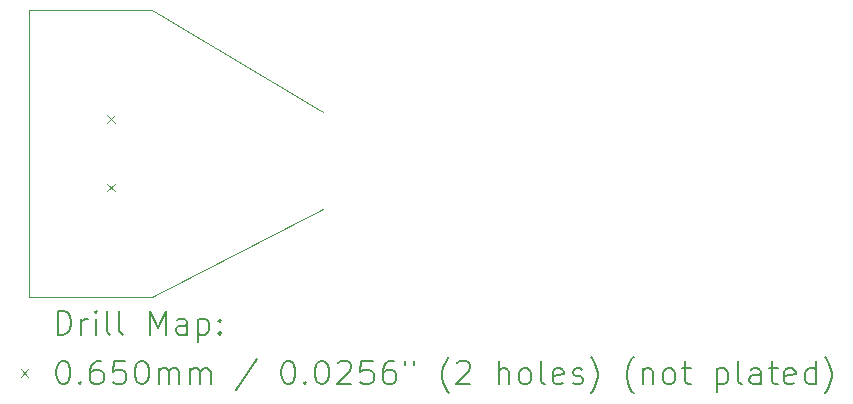
<source format=gbr>
%TF.GenerationSoftware,KiCad,Pcbnew,7.0.2-0*%
%TF.CreationDate,2023-12-31T01:39:39-06:00*%
%TF.ProjectId,usb_programmer,7573625f-7072-46f6-9772-616d6d65722e,rev?*%
%TF.SameCoordinates,Original*%
%TF.FileFunction,Drillmap*%
%TF.FilePolarity,Positive*%
%FSLAX45Y45*%
G04 Gerber Fmt 4.5, Leading zero omitted, Abs format (unit mm)*
G04 Created by KiCad (PCBNEW 7.0.2-0) date 2023-12-31 01:39:39*
%MOMM*%
%LPD*%
G01*
G04 APERTURE LIST*
%ADD10C,0.100000*%
%ADD11C,0.200000*%
%ADD12C,0.065000*%
G04 APERTURE END LIST*
D10*
X3456000Y-8913000D02*
X2415000Y-8913000D01*
X4902500Y-7349500D02*
X3457000Y-6483000D01*
X2416000Y-6483000D02*
X2415000Y-8913000D01*
X3456000Y-8913000D02*
X4901250Y-8169500D01*
X3457000Y-6483000D02*
X2416000Y-6483000D01*
D11*
D12*
X3076500Y-7373500D02*
X3141500Y-7438500D01*
X3141500Y-7373500D02*
X3076500Y-7438500D01*
X3076500Y-7951500D02*
X3141500Y-8016500D01*
X3141500Y-7951500D02*
X3076500Y-8016500D01*
D11*
X2657619Y-9230524D02*
X2657619Y-9030524D01*
X2657619Y-9030524D02*
X2705238Y-9030524D01*
X2705238Y-9030524D02*
X2733810Y-9040048D01*
X2733810Y-9040048D02*
X2752857Y-9059095D01*
X2752857Y-9059095D02*
X2762381Y-9078143D01*
X2762381Y-9078143D02*
X2771905Y-9116238D01*
X2771905Y-9116238D02*
X2771905Y-9144810D01*
X2771905Y-9144810D02*
X2762381Y-9182905D01*
X2762381Y-9182905D02*
X2752857Y-9201952D01*
X2752857Y-9201952D02*
X2733810Y-9221000D01*
X2733810Y-9221000D02*
X2705238Y-9230524D01*
X2705238Y-9230524D02*
X2657619Y-9230524D01*
X2857619Y-9230524D02*
X2857619Y-9097190D01*
X2857619Y-9135286D02*
X2867143Y-9116238D01*
X2867143Y-9116238D02*
X2876667Y-9106714D01*
X2876667Y-9106714D02*
X2895714Y-9097190D01*
X2895714Y-9097190D02*
X2914762Y-9097190D01*
X2981428Y-9230524D02*
X2981428Y-9097190D01*
X2981428Y-9030524D02*
X2971905Y-9040048D01*
X2971905Y-9040048D02*
X2981428Y-9049571D01*
X2981428Y-9049571D02*
X2990952Y-9040048D01*
X2990952Y-9040048D02*
X2981428Y-9030524D01*
X2981428Y-9030524D02*
X2981428Y-9049571D01*
X3105238Y-9230524D02*
X3086190Y-9221000D01*
X3086190Y-9221000D02*
X3076667Y-9201952D01*
X3076667Y-9201952D02*
X3076667Y-9030524D01*
X3210000Y-9230524D02*
X3190952Y-9221000D01*
X3190952Y-9221000D02*
X3181428Y-9201952D01*
X3181428Y-9201952D02*
X3181428Y-9030524D01*
X3438571Y-9230524D02*
X3438571Y-9030524D01*
X3438571Y-9030524D02*
X3505238Y-9173381D01*
X3505238Y-9173381D02*
X3571905Y-9030524D01*
X3571905Y-9030524D02*
X3571905Y-9230524D01*
X3752857Y-9230524D02*
X3752857Y-9125762D01*
X3752857Y-9125762D02*
X3743333Y-9106714D01*
X3743333Y-9106714D02*
X3724286Y-9097190D01*
X3724286Y-9097190D02*
X3686190Y-9097190D01*
X3686190Y-9097190D02*
X3667143Y-9106714D01*
X3752857Y-9221000D02*
X3733809Y-9230524D01*
X3733809Y-9230524D02*
X3686190Y-9230524D01*
X3686190Y-9230524D02*
X3667143Y-9221000D01*
X3667143Y-9221000D02*
X3657619Y-9201952D01*
X3657619Y-9201952D02*
X3657619Y-9182905D01*
X3657619Y-9182905D02*
X3667143Y-9163857D01*
X3667143Y-9163857D02*
X3686190Y-9154333D01*
X3686190Y-9154333D02*
X3733809Y-9154333D01*
X3733809Y-9154333D02*
X3752857Y-9144810D01*
X3848095Y-9097190D02*
X3848095Y-9297190D01*
X3848095Y-9106714D02*
X3867143Y-9097190D01*
X3867143Y-9097190D02*
X3905238Y-9097190D01*
X3905238Y-9097190D02*
X3924286Y-9106714D01*
X3924286Y-9106714D02*
X3933809Y-9116238D01*
X3933809Y-9116238D02*
X3943333Y-9135286D01*
X3943333Y-9135286D02*
X3943333Y-9192429D01*
X3943333Y-9192429D02*
X3933809Y-9211476D01*
X3933809Y-9211476D02*
X3924286Y-9221000D01*
X3924286Y-9221000D02*
X3905238Y-9230524D01*
X3905238Y-9230524D02*
X3867143Y-9230524D01*
X3867143Y-9230524D02*
X3848095Y-9221000D01*
X4029048Y-9211476D02*
X4038571Y-9221000D01*
X4038571Y-9221000D02*
X4029048Y-9230524D01*
X4029048Y-9230524D02*
X4019524Y-9221000D01*
X4019524Y-9221000D02*
X4029048Y-9211476D01*
X4029048Y-9211476D02*
X4029048Y-9230524D01*
X4029048Y-9106714D02*
X4038571Y-9116238D01*
X4038571Y-9116238D02*
X4029048Y-9125762D01*
X4029048Y-9125762D02*
X4019524Y-9116238D01*
X4019524Y-9116238D02*
X4029048Y-9106714D01*
X4029048Y-9106714D02*
X4029048Y-9125762D01*
D12*
X2345000Y-9525500D02*
X2410000Y-9590500D01*
X2410000Y-9525500D02*
X2345000Y-9590500D01*
D11*
X2695714Y-9450524D02*
X2714762Y-9450524D01*
X2714762Y-9450524D02*
X2733810Y-9460048D01*
X2733810Y-9460048D02*
X2743333Y-9469571D01*
X2743333Y-9469571D02*
X2752857Y-9488619D01*
X2752857Y-9488619D02*
X2762381Y-9526714D01*
X2762381Y-9526714D02*
X2762381Y-9574333D01*
X2762381Y-9574333D02*
X2752857Y-9612429D01*
X2752857Y-9612429D02*
X2743333Y-9631476D01*
X2743333Y-9631476D02*
X2733810Y-9641000D01*
X2733810Y-9641000D02*
X2714762Y-9650524D01*
X2714762Y-9650524D02*
X2695714Y-9650524D01*
X2695714Y-9650524D02*
X2676667Y-9641000D01*
X2676667Y-9641000D02*
X2667143Y-9631476D01*
X2667143Y-9631476D02*
X2657619Y-9612429D01*
X2657619Y-9612429D02*
X2648095Y-9574333D01*
X2648095Y-9574333D02*
X2648095Y-9526714D01*
X2648095Y-9526714D02*
X2657619Y-9488619D01*
X2657619Y-9488619D02*
X2667143Y-9469571D01*
X2667143Y-9469571D02*
X2676667Y-9460048D01*
X2676667Y-9460048D02*
X2695714Y-9450524D01*
X2848095Y-9631476D02*
X2857619Y-9641000D01*
X2857619Y-9641000D02*
X2848095Y-9650524D01*
X2848095Y-9650524D02*
X2838571Y-9641000D01*
X2838571Y-9641000D02*
X2848095Y-9631476D01*
X2848095Y-9631476D02*
X2848095Y-9650524D01*
X3029048Y-9450524D02*
X2990952Y-9450524D01*
X2990952Y-9450524D02*
X2971905Y-9460048D01*
X2971905Y-9460048D02*
X2962381Y-9469571D01*
X2962381Y-9469571D02*
X2943333Y-9498143D01*
X2943333Y-9498143D02*
X2933809Y-9536238D01*
X2933809Y-9536238D02*
X2933809Y-9612429D01*
X2933809Y-9612429D02*
X2943333Y-9631476D01*
X2943333Y-9631476D02*
X2952857Y-9641000D01*
X2952857Y-9641000D02*
X2971905Y-9650524D01*
X2971905Y-9650524D02*
X3010000Y-9650524D01*
X3010000Y-9650524D02*
X3029048Y-9641000D01*
X3029048Y-9641000D02*
X3038571Y-9631476D01*
X3038571Y-9631476D02*
X3048095Y-9612429D01*
X3048095Y-9612429D02*
X3048095Y-9564810D01*
X3048095Y-9564810D02*
X3038571Y-9545762D01*
X3038571Y-9545762D02*
X3029048Y-9536238D01*
X3029048Y-9536238D02*
X3010000Y-9526714D01*
X3010000Y-9526714D02*
X2971905Y-9526714D01*
X2971905Y-9526714D02*
X2952857Y-9536238D01*
X2952857Y-9536238D02*
X2943333Y-9545762D01*
X2943333Y-9545762D02*
X2933809Y-9564810D01*
X3229048Y-9450524D02*
X3133809Y-9450524D01*
X3133809Y-9450524D02*
X3124286Y-9545762D01*
X3124286Y-9545762D02*
X3133809Y-9536238D01*
X3133809Y-9536238D02*
X3152857Y-9526714D01*
X3152857Y-9526714D02*
X3200476Y-9526714D01*
X3200476Y-9526714D02*
X3219524Y-9536238D01*
X3219524Y-9536238D02*
X3229048Y-9545762D01*
X3229048Y-9545762D02*
X3238571Y-9564810D01*
X3238571Y-9564810D02*
X3238571Y-9612429D01*
X3238571Y-9612429D02*
X3229048Y-9631476D01*
X3229048Y-9631476D02*
X3219524Y-9641000D01*
X3219524Y-9641000D02*
X3200476Y-9650524D01*
X3200476Y-9650524D02*
X3152857Y-9650524D01*
X3152857Y-9650524D02*
X3133809Y-9641000D01*
X3133809Y-9641000D02*
X3124286Y-9631476D01*
X3362381Y-9450524D02*
X3381429Y-9450524D01*
X3381429Y-9450524D02*
X3400476Y-9460048D01*
X3400476Y-9460048D02*
X3410000Y-9469571D01*
X3410000Y-9469571D02*
X3419524Y-9488619D01*
X3419524Y-9488619D02*
X3429048Y-9526714D01*
X3429048Y-9526714D02*
X3429048Y-9574333D01*
X3429048Y-9574333D02*
X3419524Y-9612429D01*
X3419524Y-9612429D02*
X3410000Y-9631476D01*
X3410000Y-9631476D02*
X3400476Y-9641000D01*
X3400476Y-9641000D02*
X3381429Y-9650524D01*
X3381429Y-9650524D02*
X3362381Y-9650524D01*
X3362381Y-9650524D02*
X3343333Y-9641000D01*
X3343333Y-9641000D02*
X3333809Y-9631476D01*
X3333809Y-9631476D02*
X3324286Y-9612429D01*
X3324286Y-9612429D02*
X3314762Y-9574333D01*
X3314762Y-9574333D02*
X3314762Y-9526714D01*
X3314762Y-9526714D02*
X3324286Y-9488619D01*
X3324286Y-9488619D02*
X3333809Y-9469571D01*
X3333809Y-9469571D02*
X3343333Y-9460048D01*
X3343333Y-9460048D02*
X3362381Y-9450524D01*
X3514762Y-9650524D02*
X3514762Y-9517190D01*
X3514762Y-9536238D02*
X3524286Y-9526714D01*
X3524286Y-9526714D02*
X3543333Y-9517190D01*
X3543333Y-9517190D02*
X3571905Y-9517190D01*
X3571905Y-9517190D02*
X3590952Y-9526714D01*
X3590952Y-9526714D02*
X3600476Y-9545762D01*
X3600476Y-9545762D02*
X3600476Y-9650524D01*
X3600476Y-9545762D02*
X3610000Y-9526714D01*
X3610000Y-9526714D02*
X3629048Y-9517190D01*
X3629048Y-9517190D02*
X3657619Y-9517190D01*
X3657619Y-9517190D02*
X3676667Y-9526714D01*
X3676667Y-9526714D02*
X3686190Y-9545762D01*
X3686190Y-9545762D02*
X3686190Y-9650524D01*
X3781429Y-9650524D02*
X3781429Y-9517190D01*
X3781429Y-9536238D02*
X3790952Y-9526714D01*
X3790952Y-9526714D02*
X3810000Y-9517190D01*
X3810000Y-9517190D02*
X3838571Y-9517190D01*
X3838571Y-9517190D02*
X3857619Y-9526714D01*
X3857619Y-9526714D02*
X3867143Y-9545762D01*
X3867143Y-9545762D02*
X3867143Y-9650524D01*
X3867143Y-9545762D02*
X3876667Y-9526714D01*
X3876667Y-9526714D02*
X3895714Y-9517190D01*
X3895714Y-9517190D02*
X3924286Y-9517190D01*
X3924286Y-9517190D02*
X3943333Y-9526714D01*
X3943333Y-9526714D02*
X3952857Y-9545762D01*
X3952857Y-9545762D02*
X3952857Y-9650524D01*
X4343333Y-9441000D02*
X4171905Y-9698143D01*
X4600476Y-9450524D02*
X4619524Y-9450524D01*
X4619524Y-9450524D02*
X4638572Y-9460048D01*
X4638572Y-9460048D02*
X4648095Y-9469571D01*
X4648095Y-9469571D02*
X4657619Y-9488619D01*
X4657619Y-9488619D02*
X4667143Y-9526714D01*
X4667143Y-9526714D02*
X4667143Y-9574333D01*
X4667143Y-9574333D02*
X4657619Y-9612429D01*
X4657619Y-9612429D02*
X4648095Y-9631476D01*
X4648095Y-9631476D02*
X4638572Y-9641000D01*
X4638572Y-9641000D02*
X4619524Y-9650524D01*
X4619524Y-9650524D02*
X4600476Y-9650524D01*
X4600476Y-9650524D02*
X4581429Y-9641000D01*
X4581429Y-9641000D02*
X4571905Y-9631476D01*
X4571905Y-9631476D02*
X4562381Y-9612429D01*
X4562381Y-9612429D02*
X4552857Y-9574333D01*
X4552857Y-9574333D02*
X4552857Y-9526714D01*
X4552857Y-9526714D02*
X4562381Y-9488619D01*
X4562381Y-9488619D02*
X4571905Y-9469571D01*
X4571905Y-9469571D02*
X4581429Y-9460048D01*
X4581429Y-9460048D02*
X4600476Y-9450524D01*
X4752857Y-9631476D02*
X4762381Y-9641000D01*
X4762381Y-9641000D02*
X4752857Y-9650524D01*
X4752857Y-9650524D02*
X4743334Y-9641000D01*
X4743334Y-9641000D02*
X4752857Y-9631476D01*
X4752857Y-9631476D02*
X4752857Y-9650524D01*
X4886191Y-9450524D02*
X4905238Y-9450524D01*
X4905238Y-9450524D02*
X4924286Y-9460048D01*
X4924286Y-9460048D02*
X4933810Y-9469571D01*
X4933810Y-9469571D02*
X4943334Y-9488619D01*
X4943334Y-9488619D02*
X4952857Y-9526714D01*
X4952857Y-9526714D02*
X4952857Y-9574333D01*
X4952857Y-9574333D02*
X4943334Y-9612429D01*
X4943334Y-9612429D02*
X4933810Y-9631476D01*
X4933810Y-9631476D02*
X4924286Y-9641000D01*
X4924286Y-9641000D02*
X4905238Y-9650524D01*
X4905238Y-9650524D02*
X4886191Y-9650524D01*
X4886191Y-9650524D02*
X4867143Y-9641000D01*
X4867143Y-9641000D02*
X4857619Y-9631476D01*
X4857619Y-9631476D02*
X4848095Y-9612429D01*
X4848095Y-9612429D02*
X4838572Y-9574333D01*
X4838572Y-9574333D02*
X4838572Y-9526714D01*
X4838572Y-9526714D02*
X4848095Y-9488619D01*
X4848095Y-9488619D02*
X4857619Y-9469571D01*
X4857619Y-9469571D02*
X4867143Y-9460048D01*
X4867143Y-9460048D02*
X4886191Y-9450524D01*
X5029048Y-9469571D02*
X5038572Y-9460048D01*
X5038572Y-9460048D02*
X5057619Y-9450524D01*
X5057619Y-9450524D02*
X5105238Y-9450524D01*
X5105238Y-9450524D02*
X5124286Y-9460048D01*
X5124286Y-9460048D02*
X5133810Y-9469571D01*
X5133810Y-9469571D02*
X5143334Y-9488619D01*
X5143334Y-9488619D02*
X5143334Y-9507667D01*
X5143334Y-9507667D02*
X5133810Y-9536238D01*
X5133810Y-9536238D02*
X5019524Y-9650524D01*
X5019524Y-9650524D02*
X5143334Y-9650524D01*
X5324286Y-9450524D02*
X5229048Y-9450524D01*
X5229048Y-9450524D02*
X5219524Y-9545762D01*
X5219524Y-9545762D02*
X5229048Y-9536238D01*
X5229048Y-9536238D02*
X5248095Y-9526714D01*
X5248095Y-9526714D02*
X5295715Y-9526714D01*
X5295715Y-9526714D02*
X5314762Y-9536238D01*
X5314762Y-9536238D02*
X5324286Y-9545762D01*
X5324286Y-9545762D02*
X5333810Y-9564810D01*
X5333810Y-9564810D02*
X5333810Y-9612429D01*
X5333810Y-9612429D02*
X5324286Y-9631476D01*
X5324286Y-9631476D02*
X5314762Y-9641000D01*
X5314762Y-9641000D02*
X5295715Y-9650524D01*
X5295715Y-9650524D02*
X5248095Y-9650524D01*
X5248095Y-9650524D02*
X5229048Y-9641000D01*
X5229048Y-9641000D02*
X5219524Y-9631476D01*
X5505238Y-9450524D02*
X5467143Y-9450524D01*
X5467143Y-9450524D02*
X5448095Y-9460048D01*
X5448095Y-9460048D02*
X5438572Y-9469571D01*
X5438572Y-9469571D02*
X5419524Y-9498143D01*
X5419524Y-9498143D02*
X5410000Y-9536238D01*
X5410000Y-9536238D02*
X5410000Y-9612429D01*
X5410000Y-9612429D02*
X5419524Y-9631476D01*
X5419524Y-9631476D02*
X5429048Y-9641000D01*
X5429048Y-9641000D02*
X5448095Y-9650524D01*
X5448095Y-9650524D02*
X5486191Y-9650524D01*
X5486191Y-9650524D02*
X5505238Y-9641000D01*
X5505238Y-9641000D02*
X5514762Y-9631476D01*
X5514762Y-9631476D02*
X5524286Y-9612429D01*
X5524286Y-9612429D02*
X5524286Y-9564810D01*
X5524286Y-9564810D02*
X5514762Y-9545762D01*
X5514762Y-9545762D02*
X5505238Y-9536238D01*
X5505238Y-9536238D02*
X5486191Y-9526714D01*
X5486191Y-9526714D02*
X5448095Y-9526714D01*
X5448095Y-9526714D02*
X5429048Y-9536238D01*
X5429048Y-9536238D02*
X5419524Y-9545762D01*
X5419524Y-9545762D02*
X5410000Y-9564810D01*
X5600476Y-9450524D02*
X5600476Y-9488619D01*
X5676667Y-9450524D02*
X5676667Y-9488619D01*
X5971905Y-9726714D02*
X5962381Y-9717190D01*
X5962381Y-9717190D02*
X5943334Y-9688619D01*
X5943334Y-9688619D02*
X5933810Y-9669571D01*
X5933810Y-9669571D02*
X5924286Y-9641000D01*
X5924286Y-9641000D02*
X5914762Y-9593381D01*
X5914762Y-9593381D02*
X5914762Y-9555286D01*
X5914762Y-9555286D02*
X5924286Y-9507667D01*
X5924286Y-9507667D02*
X5933810Y-9479095D01*
X5933810Y-9479095D02*
X5943334Y-9460048D01*
X5943334Y-9460048D02*
X5962381Y-9431476D01*
X5962381Y-9431476D02*
X5971905Y-9421952D01*
X6038572Y-9469571D02*
X6048095Y-9460048D01*
X6048095Y-9460048D02*
X6067143Y-9450524D01*
X6067143Y-9450524D02*
X6114762Y-9450524D01*
X6114762Y-9450524D02*
X6133810Y-9460048D01*
X6133810Y-9460048D02*
X6143334Y-9469571D01*
X6143334Y-9469571D02*
X6152857Y-9488619D01*
X6152857Y-9488619D02*
X6152857Y-9507667D01*
X6152857Y-9507667D02*
X6143334Y-9536238D01*
X6143334Y-9536238D02*
X6029048Y-9650524D01*
X6029048Y-9650524D02*
X6152857Y-9650524D01*
X6390953Y-9650524D02*
X6390953Y-9450524D01*
X6476667Y-9650524D02*
X6476667Y-9545762D01*
X6476667Y-9545762D02*
X6467143Y-9526714D01*
X6467143Y-9526714D02*
X6448096Y-9517190D01*
X6448096Y-9517190D02*
X6419524Y-9517190D01*
X6419524Y-9517190D02*
X6400476Y-9526714D01*
X6400476Y-9526714D02*
X6390953Y-9536238D01*
X6600476Y-9650524D02*
X6581429Y-9641000D01*
X6581429Y-9641000D02*
X6571905Y-9631476D01*
X6571905Y-9631476D02*
X6562381Y-9612429D01*
X6562381Y-9612429D02*
X6562381Y-9555286D01*
X6562381Y-9555286D02*
X6571905Y-9536238D01*
X6571905Y-9536238D02*
X6581429Y-9526714D01*
X6581429Y-9526714D02*
X6600476Y-9517190D01*
X6600476Y-9517190D02*
X6629048Y-9517190D01*
X6629048Y-9517190D02*
X6648096Y-9526714D01*
X6648096Y-9526714D02*
X6657619Y-9536238D01*
X6657619Y-9536238D02*
X6667143Y-9555286D01*
X6667143Y-9555286D02*
X6667143Y-9612429D01*
X6667143Y-9612429D02*
X6657619Y-9631476D01*
X6657619Y-9631476D02*
X6648096Y-9641000D01*
X6648096Y-9641000D02*
X6629048Y-9650524D01*
X6629048Y-9650524D02*
X6600476Y-9650524D01*
X6781429Y-9650524D02*
X6762381Y-9641000D01*
X6762381Y-9641000D02*
X6752857Y-9621952D01*
X6752857Y-9621952D02*
X6752857Y-9450524D01*
X6933810Y-9641000D02*
X6914762Y-9650524D01*
X6914762Y-9650524D02*
X6876667Y-9650524D01*
X6876667Y-9650524D02*
X6857619Y-9641000D01*
X6857619Y-9641000D02*
X6848096Y-9621952D01*
X6848096Y-9621952D02*
X6848096Y-9545762D01*
X6848096Y-9545762D02*
X6857619Y-9526714D01*
X6857619Y-9526714D02*
X6876667Y-9517190D01*
X6876667Y-9517190D02*
X6914762Y-9517190D01*
X6914762Y-9517190D02*
X6933810Y-9526714D01*
X6933810Y-9526714D02*
X6943334Y-9545762D01*
X6943334Y-9545762D02*
X6943334Y-9564810D01*
X6943334Y-9564810D02*
X6848096Y-9583857D01*
X7019524Y-9641000D02*
X7038572Y-9650524D01*
X7038572Y-9650524D02*
X7076667Y-9650524D01*
X7076667Y-9650524D02*
X7095715Y-9641000D01*
X7095715Y-9641000D02*
X7105238Y-9621952D01*
X7105238Y-9621952D02*
X7105238Y-9612429D01*
X7105238Y-9612429D02*
X7095715Y-9593381D01*
X7095715Y-9593381D02*
X7076667Y-9583857D01*
X7076667Y-9583857D02*
X7048096Y-9583857D01*
X7048096Y-9583857D02*
X7029048Y-9574333D01*
X7029048Y-9574333D02*
X7019524Y-9555286D01*
X7019524Y-9555286D02*
X7019524Y-9545762D01*
X7019524Y-9545762D02*
X7029048Y-9526714D01*
X7029048Y-9526714D02*
X7048096Y-9517190D01*
X7048096Y-9517190D02*
X7076667Y-9517190D01*
X7076667Y-9517190D02*
X7095715Y-9526714D01*
X7171905Y-9726714D02*
X7181429Y-9717190D01*
X7181429Y-9717190D02*
X7200477Y-9688619D01*
X7200477Y-9688619D02*
X7210000Y-9669571D01*
X7210000Y-9669571D02*
X7219524Y-9641000D01*
X7219524Y-9641000D02*
X7229048Y-9593381D01*
X7229048Y-9593381D02*
X7229048Y-9555286D01*
X7229048Y-9555286D02*
X7219524Y-9507667D01*
X7219524Y-9507667D02*
X7210000Y-9479095D01*
X7210000Y-9479095D02*
X7200477Y-9460048D01*
X7200477Y-9460048D02*
X7181429Y-9431476D01*
X7181429Y-9431476D02*
X7171905Y-9421952D01*
X7533810Y-9726714D02*
X7524286Y-9717190D01*
X7524286Y-9717190D02*
X7505238Y-9688619D01*
X7505238Y-9688619D02*
X7495715Y-9669571D01*
X7495715Y-9669571D02*
X7486191Y-9641000D01*
X7486191Y-9641000D02*
X7476667Y-9593381D01*
X7476667Y-9593381D02*
X7476667Y-9555286D01*
X7476667Y-9555286D02*
X7486191Y-9507667D01*
X7486191Y-9507667D02*
X7495715Y-9479095D01*
X7495715Y-9479095D02*
X7505238Y-9460048D01*
X7505238Y-9460048D02*
X7524286Y-9431476D01*
X7524286Y-9431476D02*
X7533810Y-9421952D01*
X7610000Y-9517190D02*
X7610000Y-9650524D01*
X7610000Y-9536238D02*
X7619524Y-9526714D01*
X7619524Y-9526714D02*
X7638572Y-9517190D01*
X7638572Y-9517190D02*
X7667143Y-9517190D01*
X7667143Y-9517190D02*
X7686191Y-9526714D01*
X7686191Y-9526714D02*
X7695715Y-9545762D01*
X7695715Y-9545762D02*
X7695715Y-9650524D01*
X7819524Y-9650524D02*
X7800477Y-9641000D01*
X7800477Y-9641000D02*
X7790953Y-9631476D01*
X7790953Y-9631476D02*
X7781429Y-9612429D01*
X7781429Y-9612429D02*
X7781429Y-9555286D01*
X7781429Y-9555286D02*
X7790953Y-9536238D01*
X7790953Y-9536238D02*
X7800477Y-9526714D01*
X7800477Y-9526714D02*
X7819524Y-9517190D01*
X7819524Y-9517190D02*
X7848096Y-9517190D01*
X7848096Y-9517190D02*
X7867143Y-9526714D01*
X7867143Y-9526714D02*
X7876667Y-9536238D01*
X7876667Y-9536238D02*
X7886191Y-9555286D01*
X7886191Y-9555286D02*
X7886191Y-9612429D01*
X7886191Y-9612429D02*
X7876667Y-9631476D01*
X7876667Y-9631476D02*
X7867143Y-9641000D01*
X7867143Y-9641000D02*
X7848096Y-9650524D01*
X7848096Y-9650524D02*
X7819524Y-9650524D01*
X7943334Y-9517190D02*
X8019524Y-9517190D01*
X7971905Y-9450524D02*
X7971905Y-9621952D01*
X7971905Y-9621952D02*
X7981429Y-9641000D01*
X7981429Y-9641000D02*
X8000477Y-9650524D01*
X8000477Y-9650524D02*
X8019524Y-9650524D01*
X8238572Y-9517190D02*
X8238572Y-9717190D01*
X8238572Y-9526714D02*
X8257619Y-9517190D01*
X8257619Y-9517190D02*
X8295715Y-9517190D01*
X8295715Y-9517190D02*
X8314762Y-9526714D01*
X8314762Y-9526714D02*
X8324286Y-9536238D01*
X8324286Y-9536238D02*
X8333810Y-9555286D01*
X8333810Y-9555286D02*
X8333810Y-9612429D01*
X8333810Y-9612429D02*
X8324286Y-9631476D01*
X8324286Y-9631476D02*
X8314762Y-9641000D01*
X8314762Y-9641000D02*
X8295715Y-9650524D01*
X8295715Y-9650524D02*
X8257619Y-9650524D01*
X8257619Y-9650524D02*
X8238572Y-9641000D01*
X8448096Y-9650524D02*
X8429048Y-9641000D01*
X8429048Y-9641000D02*
X8419524Y-9621952D01*
X8419524Y-9621952D02*
X8419524Y-9450524D01*
X8610001Y-9650524D02*
X8610001Y-9545762D01*
X8610001Y-9545762D02*
X8600477Y-9526714D01*
X8600477Y-9526714D02*
X8581429Y-9517190D01*
X8581429Y-9517190D02*
X8543334Y-9517190D01*
X8543334Y-9517190D02*
X8524286Y-9526714D01*
X8610001Y-9641000D02*
X8590953Y-9650524D01*
X8590953Y-9650524D02*
X8543334Y-9650524D01*
X8543334Y-9650524D02*
X8524286Y-9641000D01*
X8524286Y-9641000D02*
X8514762Y-9621952D01*
X8514762Y-9621952D02*
X8514762Y-9602905D01*
X8514762Y-9602905D02*
X8524286Y-9583857D01*
X8524286Y-9583857D02*
X8543334Y-9574333D01*
X8543334Y-9574333D02*
X8590953Y-9574333D01*
X8590953Y-9574333D02*
X8610001Y-9564810D01*
X8676667Y-9517190D02*
X8752858Y-9517190D01*
X8705239Y-9450524D02*
X8705239Y-9621952D01*
X8705239Y-9621952D02*
X8714762Y-9641000D01*
X8714762Y-9641000D02*
X8733810Y-9650524D01*
X8733810Y-9650524D02*
X8752858Y-9650524D01*
X8895715Y-9641000D02*
X8876667Y-9650524D01*
X8876667Y-9650524D02*
X8838572Y-9650524D01*
X8838572Y-9650524D02*
X8819524Y-9641000D01*
X8819524Y-9641000D02*
X8810001Y-9621952D01*
X8810001Y-9621952D02*
X8810001Y-9545762D01*
X8810001Y-9545762D02*
X8819524Y-9526714D01*
X8819524Y-9526714D02*
X8838572Y-9517190D01*
X8838572Y-9517190D02*
X8876667Y-9517190D01*
X8876667Y-9517190D02*
X8895715Y-9526714D01*
X8895715Y-9526714D02*
X8905239Y-9545762D01*
X8905239Y-9545762D02*
X8905239Y-9564810D01*
X8905239Y-9564810D02*
X8810001Y-9583857D01*
X9076667Y-9650524D02*
X9076667Y-9450524D01*
X9076667Y-9641000D02*
X9057620Y-9650524D01*
X9057620Y-9650524D02*
X9019524Y-9650524D01*
X9019524Y-9650524D02*
X9000477Y-9641000D01*
X9000477Y-9641000D02*
X8990953Y-9631476D01*
X8990953Y-9631476D02*
X8981429Y-9612429D01*
X8981429Y-9612429D02*
X8981429Y-9555286D01*
X8981429Y-9555286D02*
X8990953Y-9536238D01*
X8990953Y-9536238D02*
X9000477Y-9526714D01*
X9000477Y-9526714D02*
X9019524Y-9517190D01*
X9019524Y-9517190D02*
X9057620Y-9517190D01*
X9057620Y-9517190D02*
X9076667Y-9526714D01*
X9152858Y-9726714D02*
X9162382Y-9717190D01*
X9162382Y-9717190D02*
X9181429Y-9688619D01*
X9181429Y-9688619D02*
X9190953Y-9669571D01*
X9190953Y-9669571D02*
X9200477Y-9641000D01*
X9200477Y-9641000D02*
X9210001Y-9593381D01*
X9210001Y-9593381D02*
X9210001Y-9555286D01*
X9210001Y-9555286D02*
X9200477Y-9507667D01*
X9200477Y-9507667D02*
X9190953Y-9479095D01*
X9190953Y-9479095D02*
X9181429Y-9460048D01*
X9181429Y-9460048D02*
X9162382Y-9431476D01*
X9162382Y-9431476D02*
X9152858Y-9421952D01*
M02*

</source>
